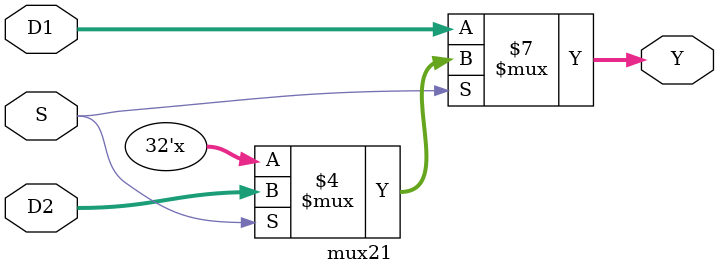
<source format=v>
`timescale 1ns / 1ps

module mux21 (
    input S ,
    input[31:0] D1 ,
    input[31:0] D2 ,
    output reg [31:0] Y
    );
    
    always @(*)
    begin
    if (S==0)
        Y <= D1;
    else if (S==1) 
        Y <= D2;
    end
endmodule
</source>
